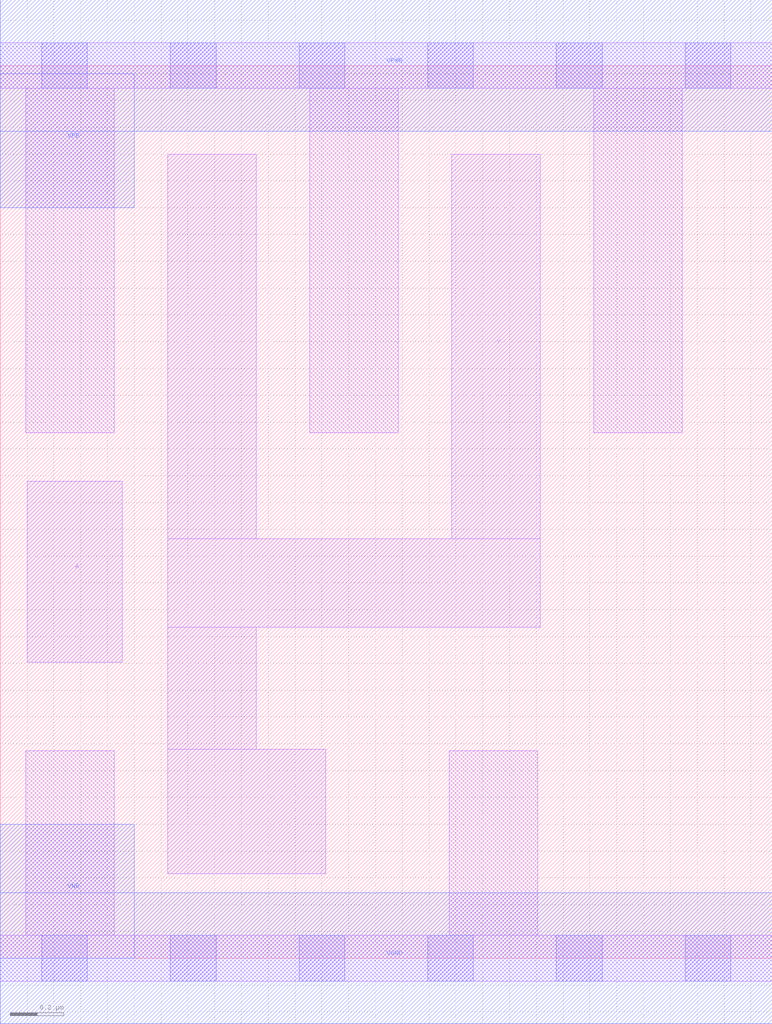
<source format=lef>
# Copyright 2020 The SkyWater PDK Authors
#
# Licensed under the Apache License, Version 2.0 (the "License");
# you may not use this file except in compliance with the License.
# You may obtain a copy of the License at
#
#     https://www.apache.org/licenses/LICENSE-2.0
#
# Unless required by applicable law or agreed to in writing, software
# distributed under the License is distributed on an "AS IS" BASIS,
# WITHOUT WARRANTIES OR CONDITIONS OF ANY KIND, either express or implied.
# See the License for the specific language governing permissions and
# limitations under the License.
#
# SPDX-License-Identifier: Apache-2.0

VERSION 5.5 ;
NAMESCASESENSITIVE ON ;
BUSBITCHARS "[]" ;
DIVIDERCHAR "/" ;
MACRO sky130_fd_sc_lp__clkinvlp_4
  CLASS CORE ;
  SOURCE USER ;
  ORIGIN  0.000000  0.000000 ;
  SIZE  2.880000 BY  3.330000 ;
  SYMMETRY X Y R90 ;
  SITE unit ;
  PIN A
    ANTENNAGATEAREA  1.330000 ;
    DIRECTION INPUT ;
    USE SIGNAL ;
    PORT
      LAYER li1 ;
        RECT 0.100000 1.105000 0.455000 1.780000 ;
    END
  END A
  PIN Y
    ANTENNADIFFAREA  0.714000 ;
    DIRECTION OUTPUT ;
    USE SIGNAL ;
    PORT
      LAYER li1 ;
        RECT 0.625000 0.315000 1.215000 0.780000 ;
        RECT 0.625000 0.780000 0.955000 1.235000 ;
        RECT 0.625000 1.235000 2.015000 1.565000 ;
        RECT 0.625000 1.565000 0.955000 3.000000 ;
        RECT 1.685000 1.565000 2.015000 3.000000 ;
    END
  END Y
  PIN VGND
    DIRECTION INOUT ;
    USE GROUND ;
    PORT
      LAYER met1 ;
        RECT 0.000000 -0.245000 2.880000 0.245000 ;
    END
  END VGND
  PIN VNB
    DIRECTION INOUT ;
    USE GROUND ;
    PORT
      LAYER met1 ;
        RECT 0.000000 0.000000 0.500000 0.500000 ;
    END
  END VNB
  PIN VPB
    DIRECTION INOUT ;
    USE POWER ;
    PORT
      LAYER met1 ;
        RECT 0.000000 2.800000 0.500000 3.300000 ;
    END
  END VPB
  PIN VPWR
    DIRECTION INOUT ;
    USE POWER ;
    PORT
      LAYER met1 ;
        RECT 0.000000 3.085000 2.880000 3.575000 ;
    END
  END VPWR
  OBS
    LAYER li1 ;
      RECT 0.000000 -0.085000 2.880000 0.085000 ;
      RECT 0.000000  3.245000 2.880000 3.415000 ;
      RECT 0.095000  0.085000 0.425000 0.775000 ;
      RECT 0.095000  1.960000 0.425000 3.245000 ;
      RECT 1.155000  1.960000 1.485000 3.245000 ;
      RECT 1.675000  0.085000 2.005000 0.775000 ;
      RECT 2.215000  1.960000 2.545000 3.245000 ;
    LAYER mcon ;
      RECT 0.155000 -0.085000 0.325000 0.085000 ;
      RECT 0.155000  3.245000 0.325000 3.415000 ;
      RECT 0.635000 -0.085000 0.805000 0.085000 ;
      RECT 0.635000  3.245000 0.805000 3.415000 ;
      RECT 1.115000 -0.085000 1.285000 0.085000 ;
      RECT 1.115000  3.245000 1.285000 3.415000 ;
      RECT 1.595000 -0.085000 1.765000 0.085000 ;
      RECT 1.595000  3.245000 1.765000 3.415000 ;
      RECT 2.075000 -0.085000 2.245000 0.085000 ;
      RECT 2.075000  3.245000 2.245000 3.415000 ;
      RECT 2.555000 -0.085000 2.725000 0.085000 ;
      RECT 2.555000  3.245000 2.725000 3.415000 ;
  END
END sky130_fd_sc_lp__clkinvlp_4
END LIBRARY

</source>
